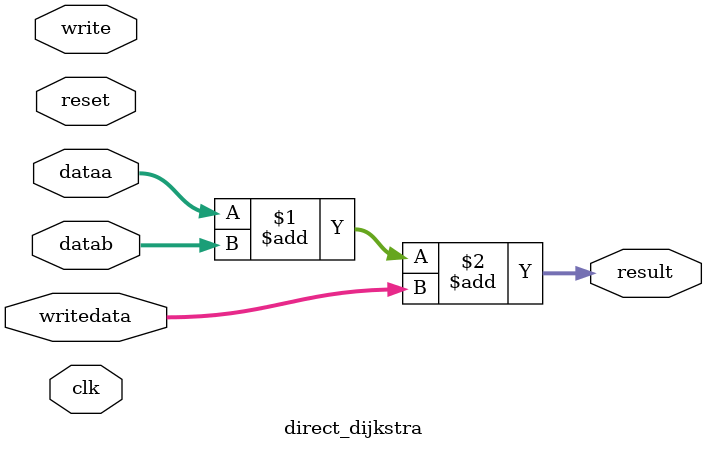
<source format=sv>
module direct_dijkstra
(
  input logic clk,
  input logic reset,
  input logic [31:0] dataa,
  input logic [31:0] datab,
  // input logic [7:0] address,
  // input logic read,
  input logic write,
  input logic [31:0] writedata,
  // output logic waitrequest,
  output logic [31:0] result //,
  // output logic [31:0] readdata
);
  // logic [31:0] nonZero;

  // initial begin
  //   // nonZero = 0;
  //   result = 0;
  // end

  // always_comb begin
  //   // result = nonZero;
  //   // result = writedata;
  // end

  // always_ff @( posedge clk ) begin
  //   // nonZero <= (write && writedata == 0) ? nonZero : writedata;
  //   result <= write ? writedata : result;
  // end

  assign result = dataa + datab + writedata;

endmodule
</source>
